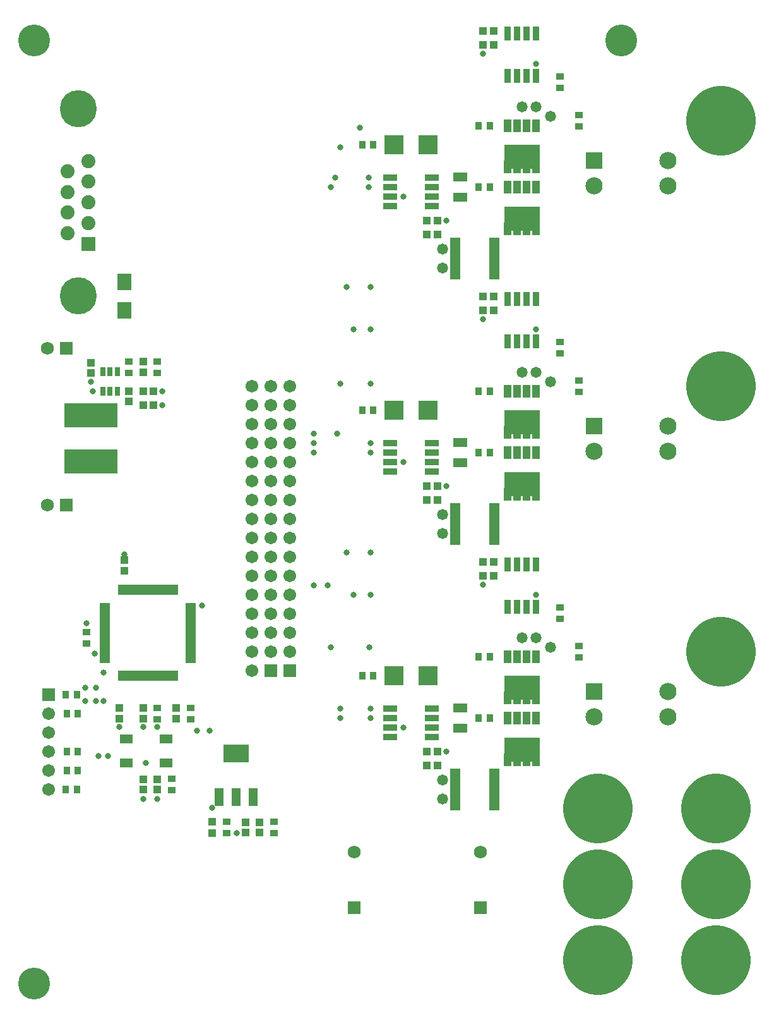
<source format=gts>
G04*
G04 #@! TF.GenerationSoftware,Altium Limited,Altium Designer,19.1.7 (138)*
G04*
G04 Layer_Color=8388736*
%FSLAX25Y25*%
%MOIN*%
G70*
G01*
G75*
%ADD15R,0.07296X0.08674*%
%ADD16R,0.28359X0.12611*%
%ADD17R,0.04343X0.03950*%
%ADD18R,0.03950X0.04343*%
%ADD19R,0.04343X0.03556*%
%ADD20R,0.02965X0.04540*%
%ADD21R,0.06706X0.04737*%
%ADD22R,0.13595X0.09265*%
%ADD23R,0.04737X0.09265*%
%ADD24R,0.05500X0.02000*%
%ADD25R,0.02000X0.05500*%
%ADD26R,0.03556X0.04343*%
%ADD27R,0.03950X0.03950*%
%ADD28R,0.05800X0.22453*%
%ADD29R,0.07493X0.05131*%
%ADD30R,0.09855X0.09855*%
%ADD31R,0.07690X0.03359*%
%ADD32R,0.03950X0.07099*%
%ADD33R,0.18950X0.12611*%
%ADD34R,0.03359X0.07296*%
%ADD35C,0.19540*%
%ADD36R,0.07453X0.07453*%
%ADD37C,0.07453*%
%ADD38C,0.06706*%
%ADD39R,0.06706X0.06706*%
%ADD40C,0.06800*%
%ADD41R,0.06800X0.06800*%
%ADD42R,0.06800X0.06800*%
%ADD43C,0.09068*%
%ADD44R,0.09068X0.09068*%
%ADD45C,0.03200*%
%ADD46C,0.16800*%
%ADD47C,0.36800*%
%ADD48C,0.05800*%
D15*
X445000Y484980D02*
D03*
Y470020D02*
D03*
D16*
X427500Y390295D02*
D03*
Y414705D02*
D03*
D17*
Y436988D02*
D03*
Y442500D02*
D03*
X455000Y443012D02*
D03*
Y437500D02*
D03*
X472500Y254744D02*
D03*
Y260256D02*
D03*
X455000Y260256D02*
D03*
Y254744D02*
D03*
X442500Y260256D02*
D03*
Y254744D02*
D03*
X445000Y332744D02*
D03*
Y338256D02*
D03*
X462500Y222756D02*
D03*
Y217244D02*
D03*
X455000Y222756D02*
D03*
Y217244D02*
D03*
X447500Y427500D02*
D03*
Y421988D02*
D03*
X516500Y200201D02*
D03*
Y194689D02*
D03*
X509000Y200201D02*
D03*
Y194689D02*
D03*
D18*
X460512Y427500D02*
D03*
X455000D02*
D03*
Y420000D02*
D03*
X460512D02*
D03*
X610256Y237500D02*
D03*
X604744D02*
D03*
X610256Y230000D02*
D03*
X604744D02*
D03*
X634488Y330000D02*
D03*
X640000D02*
D03*
X634488Y337500D02*
D03*
X640000D02*
D03*
X610256Y377500D02*
D03*
X604744D02*
D03*
X610256Y370000D02*
D03*
X604744D02*
D03*
X634488Y470000D02*
D03*
X640000D02*
D03*
X634488Y477500D02*
D03*
X640000D02*
D03*
Y617500D02*
D03*
X634488D02*
D03*
X640000Y610000D02*
D03*
X634488D02*
D03*
X604744Y517500D02*
D03*
X610256D02*
D03*
X604744Y510000D02*
D03*
X610256D02*
D03*
D19*
X462500Y437047D02*
D03*
Y442953D02*
D03*
X447500Y442953D02*
D03*
Y437047D02*
D03*
X480000Y254547D02*
D03*
Y260453D02*
D03*
X462500Y260453D02*
D03*
Y254547D02*
D03*
X425000Y294547D02*
D03*
Y300453D02*
D03*
X470000Y217047D02*
D03*
Y222953D02*
D03*
X524000Y194492D02*
D03*
Y200398D02*
D03*
X499000D02*
D03*
Y194492D02*
D03*
X685000Y287047D02*
D03*
Y292953D02*
D03*
X675000Y307500D02*
D03*
Y313406D02*
D03*
X685000Y427047D02*
D03*
Y432953D02*
D03*
X675000Y447500D02*
D03*
Y453406D02*
D03*
Y593406D02*
D03*
Y587500D02*
D03*
X685000Y572953D02*
D03*
Y567047D02*
D03*
D20*
X441240Y427283D02*
D03*
X437500D02*
D03*
X433760D02*
D03*
Y437716D02*
D03*
X437500D02*
D03*
X441240D02*
D03*
D21*
X467000Y231500D02*
D03*
X446000D02*
D03*
Y244000D02*
D03*
X467000D02*
D03*
D22*
X504000Y236461D02*
D03*
D23*
X513055Y213429D02*
D03*
X504000D02*
D03*
X494945D02*
D03*
D24*
X434862Y285236D02*
D03*
Y287205D02*
D03*
Y289173D02*
D03*
Y291142D02*
D03*
Y293110D02*
D03*
Y295079D02*
D03*
Y297047D02*
D03*
Y299016D02*
D03*
Y300984D02*
D03*
Y302953D02*
D03*
Y304921D02*
D03*
Y306890D02*
D03*
Y308858D02*
D03*
Y310827D02*
D03*
Y312795D02*
D03*
Y314764D02*
D03*
X480138D02*
D03*
Y312795D02*
D03*
Y310827D02*
D03*
Y308858D02*
D03*
Y306890D02*
D03*
Y304921D02*
D03*
Y302953D02*
D03*
Y300984D02*
D03*
Y299016D02*
D03*
Y297047D02*
D03*
Y295079D02*
D03*
Y293110D02*
D03*
Y291142D02*
D03*
Y289173D02*
D03*
Y287205D02*
D03*
Y285236D02*
D03*
D25*
X442736Y322638D02*
D03*
X444705D02*
D03*
X446673D02*
D03*
X448642D02*
D03*
X450610D02*
D03*
X452579D02*
D03*
X454547D02*
D03*
X456516D02*
D03*
X458484D02*
D03*
X460453D02*
D03*
X462421D02*
D03*
X464390D02*
D03*
X466358D02*
D03*
X468327D02*
D03*
X470295D02*
D03*
X472264D02*
D03*
Y277362D02*
D03*
X470295D02*
D03*
X468327D02*
D03*
X466358D02*
D03*
X464390D02*
D03*
X462421D02*
D03*
X460453D02*
D03*
X458484D02*
D03*
X456516D02*
D03*
X454547D02*
D03*
X452579D02*
D03*
X450610D02*
D03*
X448642D02*
D03*
X446673D02*
D03*
X444705D02*
D03*
X442736D02*
D03*
D26*
X420000Y267500D02*
D03*
X414094D02*
D03*
X420453Y257500D02*
D03*
X414547D02*
D03*
X420453Y237500D02*
D03*
X414547D02*
D03*
X420453Y227500D02*
D03*
X414547D02*
D03*
X420000Y217500D02*
D03*
X414094D02*
D03*
X576453Y277500D02*
D03*
X570547D02*
D03*
X637953Y255000D02*
D03*
X632047D02*
D03*
X637953Y287500D02*
D03*
X632047D02*
D03*
X576453Y417500D02*
D03*
X570547D02*
D03*
X637953Y395000D02*
D03*
X632047D02*
D03*
X637953Y427500D02*
D03*
X632047D02*
D03*
X570547Y557500D02*
D03*
X576453D02*
D03*
X632047Y535000D02*
D03*
X637953D02*
D03*
X632047Y567500D02*
D03*
X637953D02*
D03*
D27*
X491500Y200398D02*
D03*
Y194492D02*
D03*
D28*
X619591Y217500D02*
D03*
X640409D02*
D03*
X619591Y357500D02*
D03*
X640409D02*
D03*
Y497500D02*
D03*
X619591D02*
D03*
D29*
X622500Y249685D02*
D03*
Y260315D02*
D03*
Y389685D02*
D03*
Y400315D02*
D03*
Y540315D02*
D03*
Y529685D02*
D03*
D30*
X587500Y277500D02*
D03*
X605216D02*
D03*
X587500Y417500D02*
D03*
X605216D02*
D03*
X587500Y557500D02*
D03*
X605216D02*
D03*
D31*
X607500Y245000D02*
D03*
Y250000D02*
D03*
Y255000D02*
D03*
Y260000D02*
D03*
X585453Y245000D02*
D03*
Y250000D02*
D03*
Y255000D02*
D03*
Y260000D02*
D03*
X607500Y385000D02*
D03*
Y390000D02*
D03*
Y395000D02*
D03*
Y400000D02*
D03*
X585453Y385000D02*
D03*
Y390000D02*
D03*
Y395000D02*
D03*
Y400000D02*
D03*
Y540000D02*
D03*
Y535000D02*
D03*
Y530000D02*
D03*
Y525000D02*
D03*
X607500Y540000D02*
D03*
Y535000D02*
D03*
Y530000D02*
D03*
Y525000D02*
D03*
D32*
X662500Y255000D02*
D03*
X657500D02*
D03*
X652500D02*
D03*
X647500D02*
D03*
X662500Y233165D02*
D03*
X657500D02*
D03*
X652500D02*
D03*
X647500D02*
D03*
X662500Y287500D02*
D03*
X657500D02*
D03*
X652500D02*
D03*
X647500D02*
D03*
X662500Y265665D02*
D03*
X657500D02*
D03*
X652500D02*
D03*
X647500D02*
D03*
X662500Y395000D02*
D03*
X657500D02*
D03*
X652500D02*
D03*
X647500D02*
D03*
X662500Y373165D02*
D03*
X657500D02*
D03*
X652500D02*
D03*
X647500D02*
D03*
X662500Y427500D02*
D03*
X657500D02*
D03*
X652500D02*
D03*
X647500D02*
D03*
X662500Y405665D02*
D03*
X657500D02*
D03*
X652500D02*
D03*
X647500D02*
D03*
Y513165D02*
D03*
X652500D02*
D03*
X657500D02*
D03*
X662500D02*
D03*
X647500Y535000D02*
D03*
X652500D02*
D03*
X657500D02*
D03*
X662500D02*
D03*
X647500Y545665D02*
D03*
X652500D02*
D03*
X657500D02*
D03*
X662500D02*
D03*
X647500Y567500D02*
D03*
X652500D02*
D03*
X657500D02*
D03*
X662500D02*
D03*
D33*
X655000Y238500D02*
D03*
Y271000D02*
D03*
Y378500D02*
D03*
Y411000D02*
D03*
Y518500D02*
D03*
Y551000D02*
D03*
D34*
X662500Y336122D02*
D03*
X657500D02*
D03*
X652500D02*
D03*
X647500D02*
D03*
X662500Y313878D02*
D03*
X657500D02*
D03*
X652500D02*
D03*
X647500D02*
D03*
X662500Y476122D02*
D03*
X657500D02*
D03*
X652500D02*
D03*
X647500D02*
D03*
X662500Y453878D02*
D03*
X657500D02*
D03*
X652500D02*
D03*
X647500D02*
D03*
Y593878D02*
D03*
X652500D02*
D03*
X657500D02*
D03*
X662500D02*
D03*
X647500Y616122D02*
D03*
X652500D02*
D03*
X657500D02*
D03*
X662500D02*
D03*
D35*
X420590Y576240D02*
D03*
Y477854D02*
D03*
D36*
X426181Y505236D02*
D03*
D37*
X415000Y510689D02*
D03*
X426181Y516142D02*
D03*
X415000Y521594D02*
D03*
X426181Y527047D02*
D03*
X415000Y532500D02*
D03*
X426181Y537953D02*
D03*
X415000Y543405D02*
D03*
X426181Y548858D02*
D03*
D38*
X512500Y430000D02*
D03*
X522500D02*
D03*
X512500Y420000D02*
D03*
X522500D02*
D03*
X512500Y410000D02*
D03*
X522500D02*
D03*
X512500Y400000D02*
D03*
X522500D02*
D03*
X512500Y390000D02*
D03*
X522500D02*
D03*
X512500Y380000D02*
D03*
X522500D02*
D03*
X512500Y370000D02*
D03*
X522500D02*
D03*
X512500Y360000D02*
D03*
X522500D02*
D03*
X512500Y350000D02*
D03*
X522500D02*
D03*
X512500Y340000D02*
D03*
X522500D02*
D03*
X512500Y330000D02*
D03*
X522500D02*
D03*
X512500Y320000D02*
D03*
X522500D02*
D03*
X512500Y310000D02*
D03*
X522500D02*
D03*
X512500Y300000D02*
D03*
X522500D02*
D03*
X512500Y290000D02*
D03*
X522500D02*
D03*
X512500Y280000D02*
D03*
X532500Y290000D02*
D03*
Y300000D02*
D03*
Y310000D02*
D03*
Y320000D02*
D03*
Y330000D02*
D03*
Y340000D02*
D03*
Y350000D02*
D03*
Y360000D02*
D03*
Y370000D02*
D03*
Y380000D02*
D03*
Y390000D02*
D03*
Y400000D02*
D03*
Y410000D02*
D03*
Y420000D02*
D03*
Y430000D02*
D03*
X405000Y257500D02*
D03*
Y247500D02*
D03*
Y237500D02*
D03*
Y227500D02*
D03*
Y217500D02*
D03*
D39*
X522500Y280000D02*
D03*
X532500D02*
D03*
X405000Y267500D02*
D03*
D40*
X404500Y367500D02*
D03*
Y450000D02*
D03*
X566500Y184500D02*
D03*
X633000D02*
D03*
D41*
X414343Y367500D02*
D03*
Y450000D02*
D03*
D42*
X566500Y155000D02*
D03*
X633000D02*
D03*
D43*
X693012Y255807D02*
D03*
X731988D02*
D03*
Y269193D02*
D03*
X693012Y395807D02*
D03*
X731988D02*
D03*
Y409193D02*
D03*
Y549193D02*
D03*
Y535807D02*
D03*
X693012D02*
D03*
D44*
Y269193D02*
D03*
Y409193D02*
D03*
Y549193D02*
D03*
D45*
X554000Y292500D02*
D03*
X574500D02*
D03*
X465000Y420000D02*
D03*
Y427500D02*
D03*
X427500Y432500D02*
D03*
X428500Y427500D02*
D03*
X462500Y212500D02*
D03*
X455000D02*
D03*
X424500Y264000D02*
D03*
Y271000D02*
D03*
X430000D02*
D03*
X436500Y235000D02*
D03*
X456500Y231500D02*
D03*
X490000Y248500D02*
D03*
X429500Y289000D02*
D03*
X486000Y314500D02*
D03*
X445000Y341500D02*
D03*
X483500Y248500D02*
D03*
X559000Y255000D02*
D03*
Y260000D02*
D03*
X562500Y342500D02*
D03*
X559000Y431500D02*
D03*
X431500Y235000D02*
D03*
X557500Y405000D02*
D03*
X552500Y325000D02*
D03*
X545000Y395000D02*
D03*
Y400000D02*
D03*
Y405000D02*
D03*
Y325000D02*
D03*
X434000Y279000D02*
D03*
Y264000D02*
D03*
X430000D02*
D03*
X504500Y194445D02*
D03*
X455000Y250500D02*
D03*
X442500D02*
D03*
X425000Y305047D02*
D03*
X566000Y320000D02*
D03*
X554000Y535000D02*
D03*
X559000Y556000D02*
D03*
X562500Y482500D02*
D03*
X556500Y540000D02*
D03*
X569500Y566500D02*
D03*
X575000Y482500D02*
D03*
X566000Y460000D02*
D03*
X575000D02*
D03*
Y320000D02*
D03*
Y342500D02*
D03*
Y431500D02*
D03*
Y400000D02*
D03*
X574000Y535000D02*
D03*
Y540000D02*
D03*
X575000Y395000D02*
D03*
Y260000D02*
D03*
Y255000D02*
D03*
X634494Y325506D02*
D03*
Y465506D02*
D03*
X634500Y605500D02*
D03*
X491500Y207720D02*
D03*
X462500Y250500D02*
D03*
X615000Y237500D02*
D03*
X592500Y250000D02*
D03*
X662500Y320000D02*
D03*
X615000Y377500D02*
D03*
X592500Y390000D02*
D03*
X662500Y460000D02*
D03*
X615000Y517500D02*
D03*
X592500Y530000D02*
D03*
X662500Y600000D02*
D03*
D46*
X397500Y115000D02*
D03*
Y612500D02*
D03*
X707500D02*
D03*
D47*
X695000Y167500D02*
D03*
Y127500D02*
D03*
X757500D02*
D03*
X695000Y207500D02*
D03*
X757500D02*
D03*
Y167500D02*
D03*
X760000Y570000D02*
D03*
Y290000D02*
D03*
Y430000D02*
D03*
D48*
X655000Y297500D02*
D03*
X662500D02*
D03*
X670000Y292500D02*
D03*
X613000Y222500D02*
D03*
Y212500D02*
D03*
X670000Y432500D02*
D03*
X655000Y437500D02*
D03*
X662500D02*
D03*
X613000Y362500D02*
D03*
Y352500D02*
D03*
X662500Y577500D02*
D03*
X670000Y572500D02*
D03*
X655000Y577500D02*
D03*
X613000Y502500D02*
D03*
Y492500D02*
D03*
M02*

</source>
